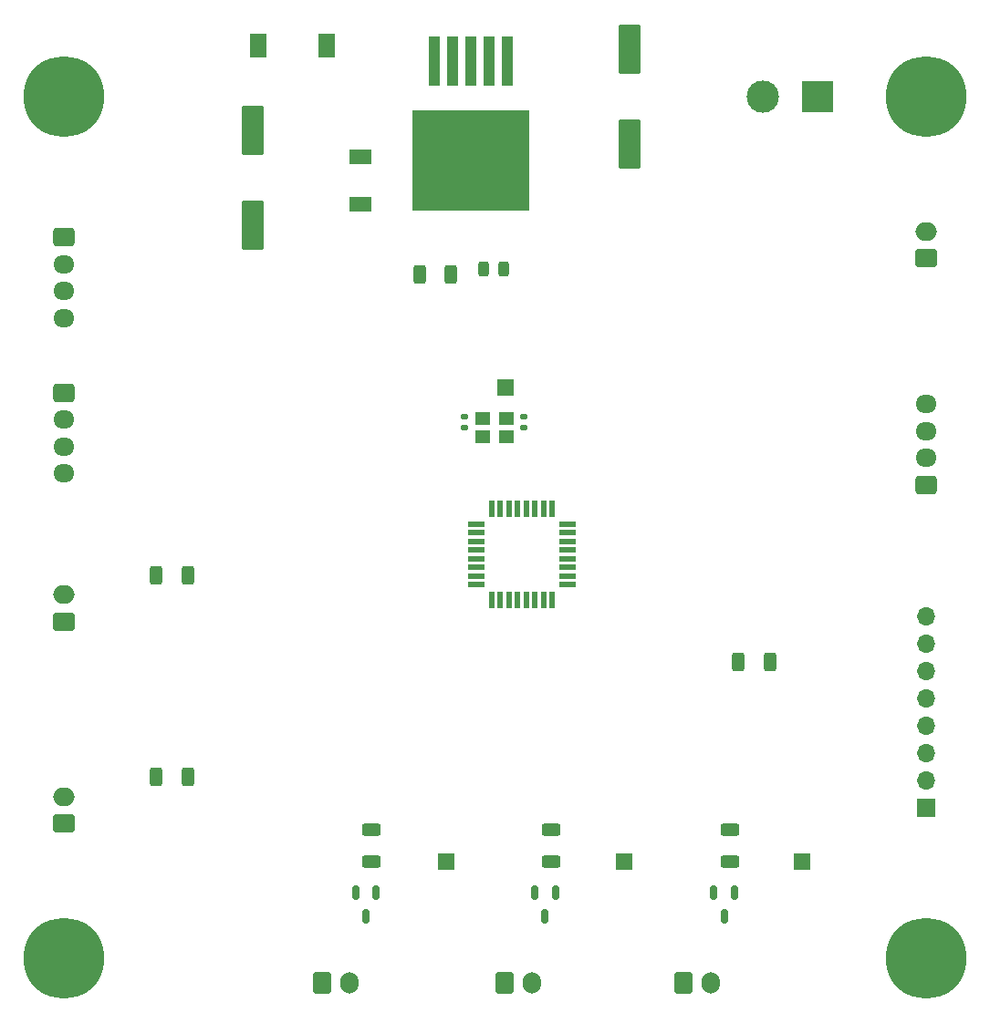
<source format=gbr>
%TF.GenerationSoftware,KiCad,Pcbnew,6.0.11-2627ca5db0~126~ubuntu22.04.1*%
%TF.CreationDate,2023-04-10T22:11:35+02:00*%
%TF.ProjectId,Slicor_carte_commande,536c6963-6f72-45f6-9361-7274655f636f,rev?*%
%TF.SameCoordinates,Original*%
%TF.FileFunction,Soldermask,Top*%
%TF.FilePolarity,Negative*%
%FSLAX46Y46*%
G04 Gerber Fmt 4.6, Leading zero omitted, Abs format (unit mm)*
G04 Created by KiCad (PCBNEW 6.0.11-2627ca5db0~126~ubuntu22.04.1) date 2023-04-10 22:11:35*
%MOMM*%
%LPD*%
G01*
G04 APERTURE LIST*
G04 Aperture macros list*
%AMRoundRect*
0 Rectangle with rounded corners*
0 $1 Rounding radius*
0 $2 $3 $4 $5 $6 $7 $8 $9 X,Y pos of 4 corners*
0 Add a 4 corners polygon primitive as box body*
4,1,4,$2,$3,$4,$5,$6,$7,$8,$9,$2,$3,0*
0 Add four circle primitives for the rounded corners*
1,1,$1+$1,$2,$3*
1,1,$1+$1,$4,$5*
1,1,$1+$1,$6,$7*
1,1,$1+$1,$8,$9*
0 Add four rect primitives between the rounded corners*
20,1,$1+$1,$2,$3,$4,$5,0*
20,1,$1+$1,$4,$5,$6,$7,0*
20,1,$1+$1,$6,$7,$8,$9,0*
20,1,$1+$1,$8,$9,$2,$3,0*%
G04 Aperture macros list end*
%ADD10R,1.700000X1.700000*%
%ADD11O,1.700000X1.700000*%
%ADD12R,1.100000X4.600000*%
%ADD13R,10.800000X9.400000*%
%ADD14RoundRect,0.250000X0.750000X-0.600000X0.750000X0.600000X-0.750000X0.600000X-0.750000X-0.600000X0*%
%ADD15O,2.000000X1.700000*%
%ADD16RoundRect,0.250001X-0.799999X2.049999X-0.799999X-2.049999X0.799999X-2.049999X0.799999X2.049999X0*%
%ADD17RoundRect,0.150000X-0.150000X0.512500X-0.150000X-0.512500X0.150000X-0.512500X0.150000X0.512500X0*%
%ADD18RoundRect,0.250000X-0.600000X-0.750000X0.600000X-0.750000X0.600000X0.750000X-0.600000X0.750000X0*%
%ADD19O,1.700000X2.000000*%
%ADD20RoundRect,0.140000X-0.170000X0.140000X-0.170000X-0.140000X0.170000X-0.140000X0.170000X0.140000X0*%
%ADD21RoundRect,0.250000X0.725000X-0.600000X0.725000X0.600000X-0.725000X0.600000X-0.725000X-0.600000X0*%
%ADD22O,1.950000X1.700000*%
%ADD23RoundRect,0.250000X-0.725000X0.600000X-0.725000X-0.600000X0.725000X-0.600000X0.725000X0.600000X0*%
%ADD24RoundRect,0.250000X-0.312500X-0.625000X0.312500X-0.625000X0.312500X0.625000X-0.312500X0.625000X0*%
%ADD25R,2.100000X1.400000*%
%ADD26R,0.550000X1.600000*%
%ADD27R,1.600000X0.550000*%
%ADD28RoundRect,0.250000X-0.625000X0.312500X-0.625000X-0.312500X0.625000X-0.312500X0.625000X0.312500X0*%
%ADD29R,1.500000X2.200000*%
%ADD30R,3.000000X3.000000*%
%ADD31C,3.000000*%
%ADD32R,1.500000X1.500000*%
%ADD33C,7.500000*%
%ADD34RoundRect,0.243750X0.243750X0.456250X-0.243750X0.456250X-0.243750X-0.456250X0.243750X-0.456250X0*%
%ADD35RoundRect,0.250000X0.312500X0.625000X-0.312500X0.625000X-0.312500X-0.625000X0.312500X-0.625000X0*%
%ADD36R,1.400000X1.200000*%
G04 APERTURE END LIST*
D10*
%TO.C,J4*%
X115000000Y-101000000D03*
D11*
X115000000Y-98460000D03*
X115000000Y-95920000D03*
X115000000Y-93380000D03*
X115000000Y-90840000D03*
X115000000Y-88300000D03*
X115000000Y-85760000D03*
X115000000Y-83220000D03*
%TD*%
D12*
%TO.C,U1*%
X69375000Y-31725000D03*
X71075000Y-31725000D03*
X72775000Y-31725000D03*
D13*
X72775000Y-40875000D03*
D12*
X74475000Y-31725000D03*
X76175000Y-31725000D03*
%TD*%
D14*
%TO.C,J5*%
X35000000Y-83750000D03*
D15*
X35000000Y-81250000D03*
%TD*%
D16*
%TO.C,C2*%
X52500000Y-38100000D03*
X52500000Y-46900000D03*
%TD*%
D17*
%TO.C,Q2*%
X80600000Y-108862500D03*
X78700000Y-108862500D03*
X79650000Y-111137500D03*
%TD*%
D18*
%TO.C,J9*%
X92500000Y-117250000D03*
D19*
X95000000Y-117250000D03*
%TD*%
D20*
%TO.C,C4*%
X72175000Y-64725000D03*
X72175000Y-65685000D03*
%TD*%
D21*
%TO.C,J2*%
X115000000Y-71050000D03*
D22*
X115000000Y-68550000D03*
X115000000Y-66050000D03*
X115000000Y-63550000D03*
%TD*%
D23*
%TO.C,J3*%
X35000000Y-48050000D03*
D22*
X35000000Y-50550000D03*
X35000000Y-53050000D03*
X35000000Y-55550000D03*
%TD*%
D24*
%TO.C,R2*%
X43537500Y-98170000D03*
X46462500Y-98170000D03*
%TD*%
D25*
%TO.C,D5*%
X62500000Y-40600000D03*
X62500000Y-45000000D03*
%TD*%
D24*
%TO.C,R6*%
X68000000Y-51510000D03*
X70925000Y-51510000D03*
%TD*%
D26*
%TO.C,uC1*%
X80300000Y-73250000D03*
X79500000Y-73250000D03*
X78700000Y-73250000D03*
X77900000Y-73250000D03*
X77100000Y-73250000D03*
X76300000Y-73250000D03*
X75500000Y-73250000D03*
X74700000Y-73250000D03*
D27*
X73250000Y-74700000D03*
X73250000Y-75500000D03*
X73250000Y-76300000D03*
X73250000Y-77100000D03*
X73250000Y-77900000D03*
X73250000Y-78700000D03*
X73250000Y-79500000D03*
X73250000Y-80300000D03*
D26*
X74700000Y-81750000D03*
X75500000Y-81750000D03*
X76300000Y-81750000D03*
X77100000Y-81750000D03*
X77900000Y-81750000D03*
X78700000Y-81750000D03*
X79500000Y-81750000D03*
X80300000Y-81750000D03*
D27*
X81750000Y-80300000D03*
X81750000Y-79500000D03*
X81750000Y-78700000D03*
X81750000Y-77900000D03*
X81750000Y-77100000D03*
X81750000Y-76300000D03*
X81750000Y-75500000D03*
X81750000Y-74700000D03*
%TD*%
D28*
%TO.C,R3*%
X63500000Y-103075000D03*
X63500000Y-106000000D03*
%TD*%
D29*
%TO.C,L1*%
X59390000Y-30260000D03*
X52990000Y-30260000D03*
%TD*%
D28*
%TO.C,R5*%
X96830000Y-103075000D03*
X96830000Y-106000000D03*
%TD*%
D23*
%TO.C,J11*%
X35000000Y-62500000D03*
D22*
X35000000Y-65000000D03*
X35000000Y-67500000D03*
X35000000Y-70000000D03*
%TD*%
D30*
%TO.C,J1*%
X104960000Y-35000000D03*
D31*
X99880000Y-35000000D03*
%TD*%
D20*
%TO.C,C3*%
X77675000Y-64745000D03*
X77675000Y-65705000D03*
%TD*%
D18*
%TO.C,J8*%
X75900000Y-117250000D03*
D19*
X78400000Y-117250000D03*
%TD*%
D32*
%TO.C,TP4*%
X103450000Y-106000000D03*
%TD*%
D33*
%TO.C,H1*%
X35000000Y-35000000D03*
%TD*%
D28*
%TO.C,R4*%
X80230000Y-103075000D03*
X80230000Y-106000000D03*
%TD*%
D16*
%TO.C,C1*%
X87500000Y-30600000D03*
X87500000Y-39400000D03*
%TD*%
D14*
%TO.C,J10*%
X115000000Y-50000000D03*
D15*
X115000000Y-47500000D03*
%TD*%
D18*
%TO.C,J7*%
X58950000Y-117250000D03*
D19*
X61450000Y-117250000D03*
%TD*%
D32*
%TO.C,TP2*%
X70500000Y-106000000D03*
%TD*%
D34*
%TO.C,D1*%
X75812500Y-51000000D03*
X73937500Y-51000000D03*
%TD*%
D33*
%TO.C,H4*%
X115000000Y-115000000D03*
%TD*%
D14*
%TO.C,J6*%
X35000000Y-102500000D03*
D15*
X35000000Y-100000000D03*
%TD*%
D35*
%TO.C,R13*%
X100500000Y-87500000D03*
X97575000Y-87500000D03*
%TD*%
D33*
%TO.C,H3*%
X35000000Y-115000000D03*
%TD*%
D36*
%TO.C,Y1*%
X76025000Y-66575000D03*
X73825000Y-66575000D03*
X73825000Y-64875000D03*
X76025000Y-64875000D03*
%TD*%
D17*
%TO.C,Q1*%
X63950000Y-108862500D03*
X62050000Y-108862500D03*
X63000000Y-111137500D03*
%TD*%
D33*
%TO.C,H2*%
X115000000Y-35000000D03*
%TD*%
D24*
%TO.C,R1*%
X43537500Y-79420000D03*
X46462500Y-79420000D03*
%TD*%
D17*
%TO.C,Q3*%
X97200000Y-108862500D03*
X95300000Y-108862500D03*
X96250000Y-111137500D03*
%TD*%
D32*
%TO.C,TP1*%
X76000000Y-62000000D03*
%TD*%
%TO.C,TP3*%
X87000000Y-106000000D03*
%TD*%
M02*

</source>
